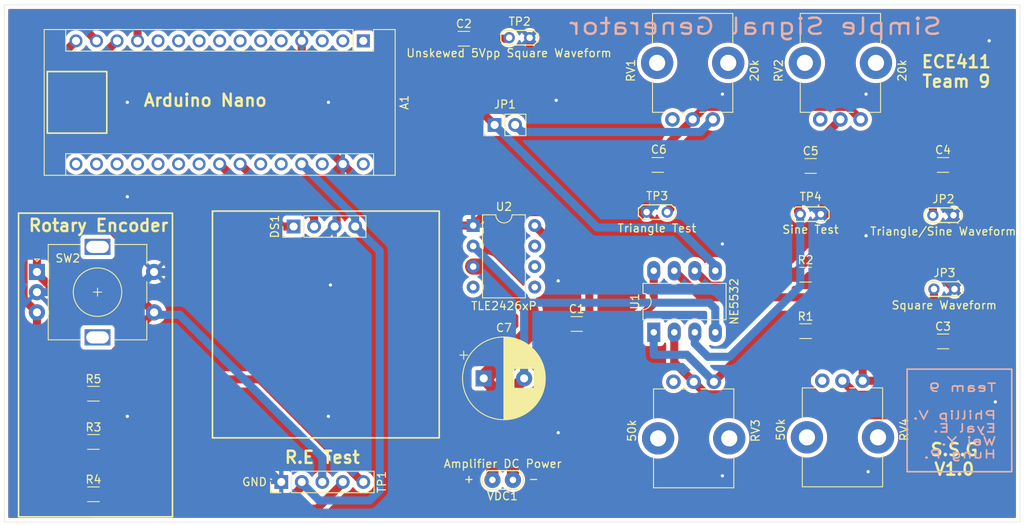
<source format=kicad_pcb>
(kicad_pcb (version 20211014) (generator pcbnew)
  (layers (0 "F.Cu" signal) (31 "B.Cu" signal) (34 "B.Paste" user) (35 "F.Paste" user) (36 "B.SilkS" user "B.Silkscreen") (37 "F.SilkS" user "F.Silkscreen") (38 "B.Mask" user) (39 "F.Mask" user) (44 "Edge.Cuts" user))
  (net 0 "")
  (net 7 "GND")
  (net 14 "Net-(DS1-Pad1)")
  (net 16 "Net-(DS1-Pad2)")
  (net 22 "/+")
  (net 23 "Net-(U1-Pad5)")
  (net 25 "/SW")
  (net 26 "/DT")
  (net 28 "/CLK")
  (net 30 "+VDC")
  (net 31 "Net-(U2-Pad8)")
  (net 32 "Net-(TP2-Pad1)")
  (net 33 "Net-(RV4-Pad3)")
  (net 34 "Net-(C3-Pad2)")
  (net 35 "Net-(U1-Pad1)")
  (net 36 "Net-(C4-Pad2)")
  (net 37 "Net-(U1-Pad3)")
  (net 38 "Net-(RV2-Pad1)")
  (net 39 "-VDC")
  (net 40 "Net-(JP1-Pad2)")
  (net 41 "Net-(U1-Pad2)")
  (net 42 "Net-(U1-Pad6)")
  (footprint "Rotary_Encoder:RotaryEncoder_Alps_EC11E-Switch_Vertical_H20mm" (layer "F.Cu") (at 70.093 94.655)
    (fp_text reference "SW2" (at 3.821 -1.691) (layer "F.SilkS"))
    (fp_text value "RotaryEncoder_Switch")
    (pad "A" thru_hole rect locked (at 0 0) (size 2 2) (drill 1) (layers *.Cu *.Mask) (net 28 "/CLK"))
    (pad "B" thru_hole circle locked (at 0 5) (size 2 2) (drill 1) (layers *.Cu *.Mask) (net 26 "/DT"))
    (pad "C" thru_hole circle locked (at 0 2.5) (size 2 2) (drill 1) (layers *.Cu *.Mask) (net 7 "GND"))
    (pad "MP" thru_hole rect locked (at 7.5 -3.1) (size 3.2 2) (drill oval 2.8 1.5) (layers *.Cu *.Mask))
    (pad "MP" thru_hole rect locked (at 7.5 8.1) (size 3.2 2) (drill oval 2.8 1.5) (layers *.Cu *.Mask))
    (pad "S1" thru_hole circle locked (at 14.5 5) (size 2 2) (drill 1) (layers *.Cu *.Mask) (net 25 "/SW"))
    (pad "S2" thru_hole circle locked (at 14.5 0) (size 2 2) (drill 1) (layers *.Cu *.Mask) (net 7 "GND"))
  )
  (footprint "Capacitor_SMD:C_1206_3216Metric_Pad1.33x1.80mm_HandSolder" (layer "F.Cu") (at 122.936 65.786)
    (fp_text reference "C2" (at 0 -1.85) (layer "F.SilkS"))
    (fp_text value "1n")
    (pad "1" smd roundrect locked (at -1.5625 0) (size 1.325 1.8) (layers "F.Cu" "F.Paste" "F.Mask") (roundrect_rratio 0.188679) (net 23 "Net-(U1-Pad5)"))
    (pad "2" smd roundrect locked (at 1.5625 0) (size 1.325 1.8) (layers "F.Cu" "F.Paste" "F.Mask") (roundrect_rratio 0.188679) (net 32 "Net-(TP2-Pad1)"))
  )
  (footprint "Connector_PinHeader_2.54mm:PinHeader_1x02_P2.54mm_Vertical" (layer "F.Cu") (at 126.741 76.454 90)
    (fp_text reference "JP1" (at 2.54 1.275 180) (layer "F.SilkS"))
    (fp_text value "Jumper_2_Bridged")
    (pad "1" thru_hole rect locked (at 0 0 90) (size 1.7 1.7) (drill 1) (layers *.Cu *.Mask) (net 23 "Net-(U1-Pad5)"))
    (pad "2" thru_hole oval locked (at 0 2.54 90) (size 1.7 1.7) (drill 1) (layers *.Cu *.Mask) (net 40 "Net-(JP1-Pad2)"))
  )
  (footprint "Capacitor_SMD:C_1206_3216Metric_Pad1.33x1.80mm_HandSolder" (layer "F.Cu") (at 146.939 81.407 180)
    (fp_text reference "C6" (at -0.127 1.905) (layer "F.SilkS"))
    (fp_text value "0.22u")
    (pad "1" smd roundrect locked (at -1.5625 0 180) (size 1.325 1.8) (layers "F.Cu" "F.Paste" "F.Mask") (roundrect_rratio 0.188679) (net 38 "Net-(RV2-Pad1)"))
    (pad "2" smd roundrect locked (at 1.5625 0 180) (size 1.325 1.8) (layers "F.Cu" "F.Paste" "F.Mask") (roundrect_rratio 0.188679) (net 7 "GND"))
  )
  (footprint "Resistor_SMD:R_1206_3216Metric_Pad1.30x1.75mm_HandSolder" (layer "F.Cu") (at 165.227 94.996)
    (fp_text reference "R2" (at 0 -1.82) (layer "F.SilkS"))
    (fp_text value "10k")
    (pad "1" smd roundrect locked (at -1.55 0) (size 1.3 1.75) (layers "F.Cu" "F.Paste" "F.Mask") (roundrect_rratio 0.192308) (net 42 "Net-(U1-Pad6)"))
    (pad "2" smd roundrect locked (at 1.55 0) (size 1.3 1.75) (layers "F.Cu" "F.Paste" "F.Mask") (roundrect_rratio 0.192308) (net 7 "GND"))
  )
  (footprint "Capacitor_SMD:C_1206_3216Metric_Pad1.33x1.80mm_HandSolder" (layer "F.Cu") (at 165.862 81.534)
    (fp_text reference "C5" (at 0 -1.85) (layer "F.SilkS"))
    (fp_text value "0.22u")
    (pad "1" smd roundrect locked (at -1.5625 0) (size 1.325 1.8) (layers "F.Cu" "F.Paste" "F.Mask") (roundrect_rratio 0.188679) (net 37 "Net-(U1-Pad3)"))
    (pad "2" smd roundrect locked (at 1.5625 0) (size 1.325 1.8) (layers "F.Cu" "F.Paste" "F.Mask") (roundrect_rratio 0.188679) (net 7 "GND"))
  )
  (footprint "Capacitor_THT:CP_Radial_D10.0mm_P5.00mm" (layer "F.Cu") (at 125.394323 107.823)
    (fp_text reference "C7" (at 2.5 -6.25) (layer "F.SilkS"))
    (fp_text value "220u")
    (pad "1" thru_hole rect locked (at 0 0) (size 2 2) (drill 1) (layers *.Cu *.Mask) (net 30 "+VDC"))
    (pad "2" thru_hole circle locked (at 5 0) (size 2 2) (drill 1) (layers *.Cu *.Mask) (net 39 "-VDC"))
  )
  (footprint "TestPoint:TestPoint_2Pads_Pitch2.54mm_Drill0.8mm" (layer "F.Cu") (at 167.112 87.503 180)
    (fp_text reference "TP4" (at 1.25 2.159) (layer "F.SilkS"))
    (fp_text value "Sine Test" (at 1.27 -1.905) (layer "F.SilkS"))
    (pad "1" thru_hole circle locked (at 0 0 180) (size 1.4 1.4) (drill 0.8) (layers *.Cu *.Mask) (net 7 "GND"))
    (pad "2" thru_hole circle locked (at 2.54 0 180) (size 1.4 1.4) (drill 0.8) (layers *.Cu *.Mask) (net 37 "Net-(U1-Pad3)"))
  )
  (footprint "Package_DIP:DIP-8_W7.62mm" (layer "F.Cu") (at 124.089 88.91)
    (fp_text reference "U2" (at 3.81 -2.33) (layer "F.SilkS"))
    (fp_text value "TLE2426xP" (at 3.81 9.95) (layer "F.SilkS"))
    (pad "1" thru_hole rect locked (at 0 0) (size 1.6 1.6) (drill 0.8) (layers *.Cu *.Mask) (net 7 "GND"))
    (pad "2" thru_hole oval locked (at 0 2.54) (size 1.6 1.6) (drill 0.8) (layers *.Cu *.Mask) (net 39 "-VDC"))
    (pad "3" thru_hole oval locked (at 0 5.08) (size 1.6 1.6) (drill 0.8) (layers *.Cu *.Mask) (net 30 "+VDC"))
    (pad "4" thru_hole oval locked (at 0 7.62) (size 1.6 1.6) (drill 0.8) (layers *.Cu *.Mask))
    (pad "5" thru_hole oval locked (at 7.62 7.62) (size 1.6 1.6) (drill 0.8) (layers *.Cu *.Mask))
    (pad "6" thru_hole oval locked (at 7.62 5.08) (size 1.6 1.6) (drill 0.8) (layers *.Cu *.Mask))
    (pad "7" thru_hole oval locked (at 7.62 2.54) (size 1.6 1.6) (drill 0.8) (layers *.Cu *.Mask))
    (pad "8" thru_hole oval locked (at 7.62 0) (size 1.6 1.6) (drill 0.8) (layers *.Cu *.Mask) (net 31 "Net-(U2-Pad8)"))
  )
  (footprint "Resistor_SMD:R_1206_3216Metric_Pad1.30x1.75mm_HandSolder" (layer "F.Cu") (at 77.089 122.174)
    (fp_text reference "R4" (at 0 -1.82) (layer "F.SilkS"))
    (fp_text value "10k")
    (pad "1" smd roundrect locked (at -1.55 0) (size 1.3 1.75) (layers "F.Cu" "F.Paste" "F.Mask") (roundrect_rratio 0.192308) (net 26 "/DT"))
    (pad "2" smd roundrect locked (at 1.55 0) (size 1.3 1.75) (layers "F.Cu" "F.Paste" "F.Mask") (roundrect_rratio 0.192308) (net 22 "/+"))
  )
  (footprint "Capacitor_SMD:C_1206_3216Metric_Pad1.33x1.80mm_HandSolder" (layer "F.Cu") (at 136.906 101.092)
    (fp_text reference "C1" (at 0 -1.85) (layer "F.SilkS"))
    (fp_text value "1u")
    (pad "1" smd roundrect locked (at -1.5625 0) (size 1.325 1.8) (layers "F.Cu" "F.Paste" "F.Mask") (roundrect_rratio 0.188679) (net 30 "+VDC"))
    (pad "2" smd roundrect locked (at 1.5625 0) (size 1.325 1.8) (layers "F.Cu" "F.Paste" "F.Mask") (roundrect_rratio 0.188679) (net 31 "Net-(U2-Pad8)"))
  )
  (footprint "TestPoint:TestPoint_2Pads_Pitch2.54mm_Drill0.8mm" (layer "F.Cu") (at 128.544 65.659)
    (fp_text reference "TP2" (at 1.3 -2) (layer "F.SilkS"))
    (fp_text value "Unskewed 5Vpp Square Waveform" (at -0.02 1.905) (layer "F.SilkS"))
    (pad "1" thru_hole circle locked (at 0 0) (size 1.4 1.4) (drill 0.8) (layers *.Cu *.Mask) (net 32 "Net-(TP2-Pad1)"))
    (pad "2" thru_hole circle locked (at 2.54 0) (size 1.4 1.4) (drill 0.8) (layers *.Cu *.Mask) (net 7 "GND"))
  )
  (footprint "Connector_PinHeader_2.54mm:PinHeader_1x05_P2.54mm_Vertical" (layer "F.Cu") (at 100.335 120.65 90)
    (fp_text reference "TP1" (at 0 12.441 270) (layer "F.SilkS"))
    (fp_text value "SW2 Test")
    (pad "1" thru_hole rect locked (at 0 0 90) (size 1.7 1.7) (drill 1) (layers *.Cu *.Mask) (net 7 "GND"))
    (pad "2" thru_hole oval locked (at 0 2.54 90) (size 1.7 1.7) (drill 1) (layers *.Cu *.Mask) (net 22 "/+"))
    (pad "3" thru_hole oval locked (at 0 5.08 90) (size 1.7 1.7) (drill 1) (layers *.Cu *.Mask) (net 25 "/SW"))
    (pad "4" thru_hole oval locked (at 0 7.62 90) (size 1.7 1.7) (drill 1) (layers *.Cu *.Mask) (net 26 "/DT"))
    (pad "5" thru_hole oval locked (at 0 10.16 90) (size 1.7 1.7) (drill 1) (layers *.Cu *.Mask) (net 28 "/CLK"))
  )
  (footprint "Potentiometer_THT:Potentiometer_Bourns_PTV09A-1_Single_Vertical" (layer "F.Cu") (at 153.757 75.773 90)
    (fp_text reference "RV1" (at 6.05 -10.15 90) (layer "F.SilkS"))
    (fp_text value "20k" (at 6.05 5.15 90) (layer "F.SilkS"))
    (pad "" np_thru_hole circle locked (at 7 1.9 90) (size 4 4) (drill 2) (layers *.Cu *.Mask))
    (pad "" np_thru_hole circle locked (at 7 -6.9 90) (size 4 4) (drill 2) (layers *.Cu *.Mask))
    (pad "1" thru_hole circle locked (at 0 0 90) (size 1.8 1.8) (drill 1) (layers *.Cu *.Mask) (net 40 "Net-(JP1-Pad2)"))
    (pad "2" thru_hole circle locked (at 0 -2.5 90) (size 1.8 1.8) (drill 1) (layers *.Cu *.Mask) (net 38 "Net-(RV2-Pad1)"))
    (pad "3" thru_hole circle locked (at 0 -5 90) (size 1.8 1.8) (drill 1) (layers *.Cu *.Mask))
  )
  (footprint "Module:Arduino_Nano" (layer "F.Cu") (at 110.49 66.05 -90)
    (fp_text reference "A1" (at 7.62 -5.08 90) (layer "F.SilkS"))
    (fp_text value "Arduino_Nano_v2.x")
    (pad "1" thru_hole rect locked (at 0 0 270) (size 1.6 1.6) (drill 1) (layers *.Cu *.Mask))
    (pad "2" thru_hole oval locked (at 0 2.54 270) (size 1.6 1.6) (drill 1) (layers *.Cu *.Mask))
    (pad "3" thru_hole oval locked (at 0 5.08 270) (size 1.6 1.6) (drill 1) (layers *.Cu *.Mask))
    (pad "4" thru_hole oval locked (at 0 7.62 270) (size 1.6 1.6) (drill 1) (layers *.Cu *.Mask) (net 7 "GND"))
    (pad "5" thru_hole oval locked (at 0 10.16 270) (size 1.6 1.6) (drill 1) (layers *.Cu *.Mask))
    (pad "6" thru_hole oval locked (at 0 12.7 270) (size 1.6 1.6) (drill 1) (layers *.Cu *.Mask))
    (pad "7" thru_hole oval locked (at 0 15.24 270) (size 1.6 1.6) (drill 1) (layers *.Cu *.Mask))
    (pad "8" thru_hole oval locked (at 0 17.78 270) (size 1.6 1.6) (drill 1) (layers *.Cu *.Mask))
    (pad "9" thru_hole oval locked (at 0 20.32 270) (size 1.6 1.6) (drill 1) (layers *.Cu *.Mask))
    (pad "10" thru_hole oval locked (at 0 22.86 270) (size 1.6 1.6) (drill 1) (layers *.Cu *.Mask))
    (pad "11" thru_hole oval locked (at 0 25.4 270) (size 1.6 1.6) (drill 1) (layers *.Cu *.Mask))
    (pad "12" thru_hole oval locked (at 0 27.94 270) (size 1.6 1.6) (drill 1) (layers *.Cu *.Mask) (net 23 "Net-(U1-Pad5)"))
    (pad "13" thru_hole oval locked (at 0 30.48 270) (size 1.6 1.6) (drill 1) (layers *.Cu *.Mask) (net 25 "/SW"))
    (pad "14" thru_hole oval locked (at 0 33.02 270) (size 1.6 1.6) (drill 1) (layers *.Cu *.Mask) (net 26 "/DT"))
    (pad "15" thru_hole oval locked (at 0 35.56 270) (size 1.6 1.6) (drill 1) (layers *.Cu *.Mask) (net 28 "/CLK"))
    (pad "16" thru_hole oval locked (at 15.24 35.56 270) (size 1.6 1.6) (drill 1) (layers *.Cu *.Mask))
    (pad "17" thru_hole oval locked (at 15.24 33.02 270) (size 1.6 1.6) (drill 1) (layers *.Cu *.Mask))
    (pad "18" thru_hole oval locked (at 15.24 30.48 270) (size 1.6 1.6) (drill 1) (layers *.Cu *.Mask))
    (pad "19" thru_hole oval locked (at 15.24 27.94 270) (size 1.6 1.6) (drill 1) (layers *.Cu *.Mask))
    (pad "20" thru_hole oval locked (at 15.24 25.4 270) (size 1.6 1.6) (drill 1) (layers *.Cu *.Mask))
    (pad "21" thru_hole oval locked (at 15.24 22.86 270) (size 1.6 1.6) (drill 1) (layers *.Cu *.Mask))
    (pad "22" thru_hole oval locked (at 15.24 20.32 270) (size 1.6 1.6) (drill 1) (layers *.Cu *.Mask))
    (pad "23" thru_hole oval locked (at 15.24 17.78 270) (size 1.6 1.6) (drill 1) (layers *.Cu *.Mask) (net 14 "Net-(DS1-Pad1)"))
    (pad "24" thru_hole oval locked (at 15.24 15.24 270) (size 1.6 1.6) (drill 1) (layers *.Cu *.Mask) (net 16 "Net-(DS1-Pad2)"))
    (pad "25" thru_hole oval locked (at 15.24 12.7 270) (size 1.6 1.6) (drill 1) (layers *.Cu *.Mask))
    (pad "26" thru_hole oval locked (at 15.24 10.16 270) (size 1.6 1.6) (drill 1) (layers *.Cu *.Mask))
    (pad "27" thru_hole oval locked (at 15.24 7.62 270) (size 1.6 1.6) (drill 1) (layers *.Cu *.Mask) (net 22 "/+"))
    (pad "28" thru_hole oval locked (at 15.24 5.08 270) (size 1.6 1.6) (drill 1) (layers *.Cu *.Mask))
    (pad "29" thru_hole oval locked (at 15.24 2.54 270) (size 1.6 1.6) (drill 1) (layers *.Cu *.Mask) (net 7 "GND"))
    (pad "30" thru_hole oval locked (at 15.24 0 270) (size 1.6 1.6) (drill 1) (layers *.Cu *.Mask))
  )
  (footprint "Potentiometer_THT:Potentiometer_Bourns_PTV09A-1_Single_Vertical" (layer "F.Cu") (at 172.045 75.773 90)
    (fp_text reference "RV2" (at 6.05 -10.15 90) (layer "F.SilkS"))
    (fp_text value "20k" (at 6.05 5.15 90) (layer "F.SilkS"))
    (pad "" np_thru_hole circle locked (at 7 -6.9 90) (size 4 4) (drill 2) (layers *.Cu *.Mask))
    (pad "" np_thru_hole circle locked (at 7 1.9 90) (size 4 4) (drill 2) (layers *.Cu *.Mask))
    (pad "1" thru_hole circle locked (at 0 0 90) (size 1.8 1.8) (drill 1) (layers *.Cu *.Mask) (net 38 "Net-(RV2-Pad1)"))
    (pad "2" thru_hole circle locked (at 0 -2.5 90) (size 1.8 1.8) (drill 1) (layers *.Cu *.Mask) (net 37 "Net-(U1-Pad3)"))
    (pad "3" thru_hole circle locked (at 0 -5 90) (size 1.8 1.8) (drill 1) (layers *.Cu *.Mask))
  )
  (footprint "Capacitor_SMD:C_1206_3216Metric_Pad1.33x1.80mm_HandSolder" (layer "F.Cu") (at 182.245 81.407)
    (fp_text reference "C4" (at 0 -1.85) (layer "F.SilkS"))
    (fp_text value "0.47u")
    (pad "1" smd roundrect locked (at -1.5625 0) (size 1.325 1.8) (layers "F.Cu" "F.Paste" "F.Mask") (roundrect_rratio 0.188679) (net 35 "Net-(U1-Pad1)"))
    (pad "2" smd roundrect locked (at 1.5625 0) (size 1.325 1.8) (layers "F.Cu" "F.Paste" "F.Mask") (roundrect_rratio 0.188679) (net 36 "Net-(C4-Pad2)"))
  )
  (footprint "Resistor_SMD:R_1206_3216Metric_Pad1.30x1.75mm_HandSolder" (layer "F.Cu") (at 165.227 101.981)
    (fp_text reference "R1" (at 0 -1.82) (layer "F.SilkS"))
    (fp_text value "10k")
    (pad "1" smd roundrect locked (at -1.55 0) (size 1.3 1.75) (layers "F.Cu" "F.Paste" "F.Mask") (roundrect_rratio 0.192308) (net 41 "Net-(U1-Pad2)"))
    (pad "2" smd roundrect locked (at 1.55 0) (size 1.3 1.75) (layers "F.Cu" "F.Paste" "F.Mask") (roundrect_rratio 0.192308) (net 7 "GND"))
  )
  (footprint "Potentiometer_THT:Potentiometer_Bourns_PTV09A-1_Single_Vertical" (layer "F.Cu") (at 148.884 108.25 -90)
    (fp_text reference "RV3" (at 6.05 -10.15 90) (layer "F.SilkS"))
    (fp_text value "50k" (at 6.05 5.15 90) (layer "F.SilkS"))
    (pad "" np_thru_hole circle locked (at 7 1.9 270) (size 4 4) (drill 2) (layers *.Cu *.Mask))
    (pad "" np_thru_hole circle locked (at 7 -6.9 270) (size 4 4) (drill 2) (layers *.Cu *.Mask))
    (pad "1" thru_hole circle locked (at 0 0 270) (size 1.8 1.8) (drill 1) (layers *.Cu *.Mask))
    (pad "2" thru_hole circle locked (at 0 -2.5 270) (size 1.8 1.8) (drill 1) (layers *.Cu *.Mask) (net 41 "Net-(U1-Pad2)"))
    (pad "3" thru_hole circle locked (at 0 -5 270) (size 1.8 1.8) (drill 1) (layers *.Cu *.Mask) (net 35 "Net-(U1-Pad1)"))
  )
  (footprint "TestPoint:TestPoint_2Pads_Pitch2.54mm_Drill0.8mm" (layer "F.Cu") (at 181.122 96.774)
    (fp_text reference "JP3" (at 1.3 -2) (layer "F.SilkS"))
    (fp_text value "Square Waveform" (at 1.27 2) (layer "F.SilkS"))
    (pad "1" thru_hole circle locked (at 0 0) (size 1.4 1.4) (drill 0.8) (layers *.Cu *.Mask) (net 34 "Net-(C3-Pad2)"))
    (pad "2" thru_hole circle locked (at 2.54 0) (size 1.4 1.4) (drill 0.8) (layers *.Cu *.Mask) (net 7 "GND"))
  )
  (footprint "TestPoint:TestPoint_2Pads_Pitch2.54mm_Drill0.8mm" (layer "F.Cu") (at 145.562 87.249)
    (fp_text reference "TP3" (at 1.3 -2) (layer "F.SilkS"))
    (fp_text value "Triangle Test" (at 1.27 2) (layer "F.SilkS"))
    (pad "1" thru_hole circle locked (at 0 0) (size 1.4 1.4) (drill 0.8) (layers *.Cu *.Mask) (net 7 "GND"))
    (pad "2" thru_hole circle locked (at 2.54 0) (size 1.4 1.4) (drill 0.8) (layers *.Cu *.Mask) (net 38 "Net-(RV2-Pad1)"))
  )
  (footprint "Resistor_SMD:R_1206_3216Metric_Pad1.30x1.75mm_HandSolder" (layer "F.Cu") (at 77.089 115.697)
    (fp_text reference "R3" (at 0 -1.82) (layer "F.SilkS"))
    (fp_text value "10k")
    (pad "1" smd roundrect locked (at -1.55 0) (size 1.3 1.75) (layers "F.Cu" "F.Paste" "F.Mask") (roundrect_rratio 0.192308) (net 28 "/CLK"))
    (pad "2" smd roundrect locked (at 1.55 0) (size 1.3 1.75) (layers "F.Cu" "F.Paste" "F.Mask") (roundrect_rratio 0.192308) (net 22 "/+"))
  )
  (footprint "Connector_PinHeader_2.54mm:PinHeader_1x04_P2.54mm_Vertical" (layer "F.Cu") (at 101.864 89.027 90)
    (fp_text reference "DS1" (at 0 -2.33 90) (layer "F.SilkS"))
    (fp_text value "124x64_OLED")
    (pad "1" thru_hole rect locked (at 0 0 90) (size 1.7 1.7) (drill 1) (layers *.Cu *.Mask) (net 14 "Net-(DS1-Pad1)"))
    (pad "2" thru_hole oval locked (at 0 2.54 90) (size 1.7 1.7) (drill 1) (layers *.Cu *.Mask) (net 16 "Net-(DS1-Pad2)"))
    (pad "3" thru_hole oval locked (at 0 5.08 90) (size 1.7 1.7) (drill 1) (layers *.Cu *.Mask) (net 7 "GND"))
    (pad "4" thru_hole oval locked (at 0 7.62 90) (size 1.7 1.7) (drill 1) (layers *.Cu *.Mask) (net 22 "/+"))
  )
  (footprint "TestPoint:TestPoint_2Pads_Pitch2.54mm_Drill0.8mm" (layer "F.Cu") (at 180.995 87.63)
    (fp_text reference "JP2" (at 1.3 -2) (layer "F.SilkS"))
    (fp_text value "Triangle/Sine Waveform" (at 1.27 2) (layer "F.SilkS"))
    (pad "1" thru_hole circle locked (at 0 0) (size 1.4 1.4) (drill 0.8) (layers *.Cu *.Mask) (net 36 "Net-(C4-Pad2)"))
    (pad "2" thru_hole circle locked (at 2.54 0) (size 1.4 1.4) (drill 0.8) (layers *.Cu *.Mask) (net 7 "GND"))
  )
  (footprint "Potentiometer_THT:Potentiometer_Bourns_PTV09A-1_Single_Vertical" (layer "F.Cu") (at 167.299 108.123 -90)
    (fp_text reference "RV4" (at 6.05 -10.15 90) (layer "F.SilkS"))
    (fp_text value "50k" (at 6.05 5.15 90) (layer "F.SilkS"))
    (pad "" np_thru_hole circle locked (at 7 1.9 270) (size 4 4) (drill 2) (layers *.Cu *.Mask))
    (pad "" np_thru_hole circle locked (at 7 -6.9 270) (size 4 4) (drill 2) (layers *.Cu *.Mask))
    (pad "1" thru_hole circle locked (at 0 0 270) (size 1.8 1.8) (drill 1) (layers *.Cu *.Mask))
    (pad "2" thru_hole circle locked (at 0 -2.5 270) (size 1.8 1.8) (drill 1) (layers *.Cu *.Mask) (net 42 "Net-(U1-Pad6)"))
    (pad "3" thru_hole circle locked (at 0 -5 270) (size 1.8 1.8) (drill 1) (layers *.Cu *.Mask) (net 33 "Net-(RV4-Pad3)"))
  )
  (footprint "TestPoint:TestPoint_2Pads_Pitch2.54mm_Drill0.8mm" (layer "F.Cu") (at 129.012 120.396 180)
    (fp_text reference "VDC1" (at 1.3 -2) (layer "F.SilkS"))
    (fp_text value "Amplifier DC Power" (at 1.27 2) (layer "F.SilkS"))
    (pad "1" thru_hole circle (at 0 0 180) (size 2 2) (drill 0.8) (layers *.Cu *.Mask) (net 39 "-VDC"))
    (pad "2" thru_hole circle (at 2.54 0 180) (size 2 2) (drill 0.8) (layers *.Cu *.Mask) (net 30 "+VDC"))
  )
  (footprint "Resistor_SMD:R_1206_3216Metric_Pad1.30x1.75mm_HandSolder" (layer "F.Cu") (at 77.089 109.728)
    (fp_text reference "R5" (at 0 -1.82) (layer "F.SilkS"))
    (fp_text value "10k")
    (pad "1" smd roundrect locked (at -1.55 0) (size 1.3 1.75) (layers "F.Cu" "F.Paste" "F.Mask") (roundrect_rratio 0.192308) (net 25 "/SW"))
    (pad "2" smd roundrect locked (at 1.55 0) (size 1.3 1.75) (layers "F.Cu" "F.Paste" "F.Mask") (roundrect_rratio 0.192308) (net 22 "/+"))
  )
  (footprint "Package_DIP:DIP-8_W7.62mm_LongPads" (layer "F.Cu") (at 146.441 102.123 90)
    (fp_text reference "U1" (at 3.81 -2.33 90) (layer "F.SilkS"))
    (fp_text value "NE5532" (at 3.81 9.95 90) (layer "F.SilkS"))
    (pad "1" thru_hole rect locked (at 0 0 90) (size 2.4 1.6) (drill 0.8) (layers *.Cu *.Mask) (net 35 "Net-(U1-Pad1)"))
    (pad "2" thru_hole oval locked (at 0 2.54 90) (size 2.4 1.6) (drill 0.8) (layers *.Cu *.Mask) (net 41 "Net-(U1-Pad2)"))
    (pad "3" thru_hole oval locked (at 0 5.08 90) (size 2.4 1.6) (drill 0.8) (layers *.Cu *.Mask) (net 37 "Net-(U1-Pad3)"))
    (pad "4" thru_hole oval locked (at 0 7.62 90) (size 2.4 1.6) (drill 0.8) (layers *.Cu *.Mask) (net 39 "-VDC"))
    (pad "5" thru_hole oval locked (at 7.62 7.62 90) (size 2.4 1.6) (drill 0.8) (layers *.Cu *.Mask) (net 23 "Net-(U1-Pad5)"))
    (pad "6" thru_hole oval locked (at 7.62 5.08 90) (size 2.4 1.6) (drill 0.8) (layers *.Cu *.Mask) (net 42 "Net-(U1-Pad6)"))
    (pad "7" thru_hole oval locked (at 7.62 2.54 90) (size 2.4 1.6) (drill 0.8) (layers *.Cu *.Mask) (net 33 "Net-(RV4-Pad3)"))
    (pad "8" thru_hole oval locked (at 7.62 0 90) (size 2.4 1.6) (drill 0.8) (layers *.Cu *.Mask) (net 30 "+VDC"))
  )
  (footprint "Capacitor_SMD:C_1206_3216Metric_Pad1.33x1.80mm_HandSolder" (layer "F.Cu") (at 182.245 103.251)
    (fp_text reference "C3" (at 0 -1.85) (layer "F.SilkS"))
    (fp_text value "0.47u")
    (pad "1" smd roundrect locked (at -1.5625 0) (size 1.325 1.8) (layers "F.Cu" "F.Paste" "F.Mask") (roundrect_rratio 0.188679) (net 33 "Net-(RV4-Pad3)"))
    (pad "2" smd roundrect locked (at 1.5625 0) (size 1.325 1.8) (layers "F.Cu" "F.Paste" "F.Mask") (roundrect_rratio 0.188679) (net 34 "Net-(C3-Pad2)"))
  )
  (gr_rect (start 190.754 106.68) (end 177.8 119.38) (layer "B.SilkS") (width 0.2) (fill none))
  (gr_rect (start 91.821 87.122) (end 119.888 115.189) (layer "F.SilkS") (width 0.2) (fill none))
  (gr_rect (start 67.818 87.376) (end 86.868 124.968) (layer "F.SilkS") (width 0.2) (fill none))
  (gr_rect (start 71.374 69.85) (end 78.74 77.47) (layer "F.SilkS") (width 0.2) (fill none))
  (gr_rect (start 66.04 61.595) (end 191.77 125.603) (layer "Edge.Cuts") (width 0.05) (fill none))
  (gr_text "Team 9" (at 184.658 108.966) (layer "B.SilkS") (effects (font (size 1 1.5) (thickness 0.2)) (justify mirror)))
  (gr_text "Simple Signal Generator\n" (at 159.004 64.262) (layer "B.SilkS") (effects (font (size 2 2.5) (thickness 0.3)) (justify mirror)))
  (gr_text "Phillip V.\nEyal E.\nWei Y.\nHung P." (at 188.976 114.808) (layer "B.SilkS") (effects (font (size 1 1.5) (thickness 0.2)) (justify left mirror)))
  (gr_text "R.E Test" (at 105.41 117.602) (layer "F.SilkS") (effects (font (size 1.5 1.5) (thickness 0.3))))
  (gr_text "+" (at 123.571 120.269) (layer "F.SilkS") (effects (font (size 1 1))))
  (gr_text "-" (at 131.572 120.269) (layer "F.SilkS") (effects (font (size 1 1))))
  (gr_text "S.S.G\nV1.0" (at 183.642 117.856) (layer "F.SilkS") (effects (font (size 1.5 1.5) (thickness 0.3))))
  (gr_text "ECE411\nTeam 9" (at 183.896 69.85) (layer "F.SilkS") (effects (font (size 1.5 1.5) (thickness 0.3))))
  (gr_text "Rotary Encoder" (at 77.724 88.9) (layer "F.SilkS") (effects (font (size 1.5 1.5) (thickness 0.3))))
  (gr_text "Arduino Nano" (at 90.932 73.406) (layer "F.SilkS") (effects (font (size 1.5 1.5) (thickness 0.3))))
  (gr_text "GND" (at 97.028 120.65) (layer "F.SilkS") (effects (font (size 1 1))))
  (segment (start 115.57 88.91) (end 124.089 88.91) (width 1) (layer "F.Cu") (net 7))
  (segment (start 167.132 112.395) (end 184.785 112.395) (width 1) (layer "F.Cu") (net 7))
  (segment (start 131.084 67.1145) (end 145.3765 81.407) (width 1) (layer "F.Cu") (net 7))
  (segment (start 145.3765 87.0635) (end 145.562 87.249) (width 1) (layer "F.Cu") (net 7))
  (segment (start 166.777 94.996) (end 181.884 94.996) (width 1) (layer "F.Cu") (net 7))
  (segment (start 177.038 87.503) (end 167.112 87.503) (width 1) (layer "F.Cu") (net 7))
  (segment (start 102.87 66.05) (end 102.87 76.21) (width 1) (layer "F.Cu") (net 7))
  (segment (start 107.95 81.29) (end 115.57 88.91) (width 1) (layer "F.Cu") (net 7))
  (segment (start 189.992 107.188) (end 189.992 82.296) (width 1) (layer "F.Cu") (net 7))
  (segment (start 107.188 88.783) (end 106.944 89.027) (width 1) (layer "F.Cu") (net 7))
  (segment (start 102.87 76.21) (end 107.95 81.29) (width 1) (layer "F.Cu") (net 7))
  (segment (start 145.3765 81.407) (end 145.3765 87.0635) (width 1) (layer "F.Cu") (net 7))
  (segment (start 131.084 65.659) (end 131.084 67.1145) (width 1) (layer "F.Cu") (net 7))
  (segment (start 124.089 88.91) (end 125.75 87.249) (width 1) (layer "F.Cu") (net 7))
  (segment (start 184.785 112.395) (end 189.992 107.188) (width 1) (layer "F.Cu") (net 7))
  (segment (start 185.674 77.978) (end 181.737 77.978) (width 1) (layer "F.Cu") (net 7))
  (segment (start 163.957 104.801) (end 163.957 109.22) (width 1) (layer "F.Cu") (net 7))
  (segment (start 167.4245 87.1905) (end 167.112 87.503) (width 1) (layer "F.Cu") (net 7))
  (segment (start 189.992 82.296) (end 185.674 77.978) (width 1) (layer "F.Cu") (net 7))
  (segment (start 163.957 109.22) (end 167.132 112.395) (width 1) (layer "F.Cu") (net 7))
  (segment (start 178.181 86.36) (end 177.038 87.503) (width 1) (layer "F.Cu") (net 7))
  (segment (start 181.884 94.996) (end 183.662 96.774) (width 1) (layer "F.Cu") (net 7))
  (segment (start 181.737 77.978) (end 178.181 81.534) (width 1) (layer "F.Cu") (net 7))
  (segment (start 125.75 87.249) (end 145.562 87.249) (width 1) (layer "F.Cu") (net 7))
  (segment (start 178.181 81.534) (end 178.181 86.36) (width 1) (layer "F.Cu") (net 7))
  (segment (start 167.4245 81.534) (end 167.4245 87.1905) (width 1) (layer "F.Cu") (net 7))
  (segment (start 107.95 81.29) (end 107.188 82.052) (width 1) (layer "F.Cu") (net 7))
  (segment (start 107.188 82.052) (end 107.188 88.783) (width 1) (layer "F.Cu") (net 7))
  (segment (start 166.777 101.981) (end 163.957 104.801) (width 1) (layer "F.Cu") (net 7))
  (via (at 106.172 73.66) (size 0.8) (drill 0.4) (layers "F.Cu" "B.Cu") (net 7))
  (via (at 81.28 112.522) (size 0.8) (drill 0.4) (layers "F.Cu" "B.Cu") (net 7))
  (via (at 172.72 90.17) (size 0.8) (drill 0.4) (layers "F.Cu" "B.Cu") (net 7))
  (via (at 81.28 85.344) (size 0.8) (drill 0.4) (layers "F.Cu" "B.Cu") (net 7))
  (via (at 81.28 73.66) (size 0.8) (drill 0.4) (layers "F.Cu" "B.Cu") (net 7))
  (via (at 106.426 96.266) (size 0.8) (drill 0.4) (layers "F.Cu" "B.Cu") (net 7))
  (via (at 154.94 119.888) (size 0.8) (drill 0.4) (layers "F.Cu" "B.Cu") (net 7))
  (via (at 134.62 114.554) (size 0.8) (drill 0.4) (layers "F.Cu" "B.Cu") (net 7))
  (via (at 172.72 72.644) (size 0.8) (drill 0.4) (layers "F.Cu" "B.Cu") (net 7))
  (via (at 154.94 72.644) (size 0.8) (drill 0.4) (layers "F.Cu" "B.Cu") (net 7))
  (via (at 106.172 112.522) (size 0.8) (drill 0.4) (layers "F.Cu" "B.Cu") (net 7))
  (via (at 154.94 91.186) (size 0.8) (drill 0.4) (layers "F.Cu" "B.Cu") (net 7))
  (via (at 187.96 66.04) (size 0.8) (drill 0.4) (layers "F.Cu" "B.Cu") (net 7))
  (via (at 134.62 95.758) (size 0.8) (drill 0.4) (layers "F.Cu" "B.Cu") (net 7))
  (via (at 172.974 119.38) (size 0.8) (drill 0.4) (layers "F.Cu" "B.Cu") (net 7))
  (via (at 134.366 73.406) (size 0.8) (drill 0.4) (layers "F.Cu" "B.Cu") (net 7))
  (via (at 188.722 110.744) (size 0.8) (drill 0.4) (layers "F.Cu" "B.Cu") (net 7))
  (segment (start 183.535 87.63) (end 183.535 96.647) (width 1) (layer "B.Cu") (net 7))
  (segment (start 146.913911 85.897089) (end 165.506089 85.897089) (width 1) (layer "B.Cu") (net 7))
  (segment (start 82.093 97.155) (end 84.593 94.655) (width 1) (layer "B.Cu") (net 7))
  (segment (start 82.941089 96.306911) (end 84.593 94.655) (width 1) (layer "B.Cu") (net 7))
  (segment (start 101.316 94.655) (end 84.593 94.655) (width 1) (layer "B.Cu") (net 7))
  (segment (start 165.506089 85.897089) (end 167.112 87.503) (width 1) (layer "B.Cu") (net 7))
  (segment (start 167.112 87.503) (end 168.336911 86.278089) (width 1) (layer "B.Cu") (net 7))
  (segment (start 106.944 89.027) (end 101.316 94.655) (width 1) (layer "B.Cu") (net 7))
  (segment (start 168.336911 86.278089) (end 182.183089 86.278089) (width 1) (layer "B.Cu") (net 7))
  (segment (start 82.941089 103.383089) (end 82.941089 96.306911) (width 1) (layer "B.Cu") (net 7))
  (segment (start 70.093 97.155) (end 82.093 97.155) (width 1) (layer "B.Cu") (net 7))
  (segment (start 145.562 87.249) (end 146.913911 85.897089) (width 1) (layer "B.Cu") (net 7))
  (segment (start 183.535 96.647) (end 183.662 96.774) (width 1) (layer "B.Cu") (net 7))
  (segment (start 182.183089 86.278089) (end 183.535 87.63) (width 1) (layer "B.Cu") (net 7))
  (segment (start 100.335 120.777) (end 82.941089 103.383089) (width 1) (layer "B.Cu") (net 7))
  (segment (start 101.864 89.027) (end 100.447 89.027) (width 1) (layer "F.Cu") (net 14))
  (segment (start 100.447 89.027) (end 92.71 81.29) (width 1) (layer "F.Cu") (net 14))
  (segment (start 99.891081 83.312) (end 104.404 87.824919) (width 1) (layer "F.Cu") (net 16))
  (segment (start 104.404 87.824919) (end 104.404 89.027) (width 1) (layer "F.Cu") (net 16))
  (segment (start 95.25 81.29) (end 97.272 83.312) (width 1) (layer "F.Cu") (net 16))
  (segment (start 97.272 83.312) (end 99.891081 83.312) (width 1) (layer "F.Cu") (net 16))
  (segment (start 102.875 121.240822) (end 102.875 120.777) (width 1) (layer "F.Cu") (net 22))
  (segment (start 101.433822 122.682) (end 102.875 121.240822) (width 1) (layer "F.Cu") (net 22))
  (segment (start 78.639 122.174) (end 78.639 115.697) (width 1) (layer "F.Cu") (net 22))
  (segment (start 78.639 109.728) (end 78.639 115.697) (width 1) (layer "F.Cu") (net 22))
  (segment (start 79.147 122.682) (end 101.433822 122.682) (width 1) (layer "F.Cu") (net 22))
  (segment (start 78.639 122.174) (end 79.147 122.682) (width 1) (layer "F.Cu") (net 22))
  (segment (start 102.87 81.29) (end 109.484 87.904) (width 1) (layer "B.Cu") (net 22))
  (segment (start 105.034 122.936) (end 111.252 122.936) (width 1) (layer "B.Cu") (net 22))
  (segment (start 112.522 92.065) (end 109.484 89.027) (width 1) (layer "B.Cu") (net 22))
  (segment (start 112.522 121.666) (end 112.522 92.065) (width 1) (layer "B.Cu") (net 22))
  (segment (start 111.252 122.936) (end 112.522 121.666) (width 1) (layer "B.Cu") (net 22))
  (segment (start 102.875 120.777) (end 105.034 122.936) (width 1) (layer "B.Cu") (net 22))
  (segment (start 109.484 87.904) (end 109.484 89.027) (width 1) (layer "B.Cu") (net 22))
  (segment (start 82.55 64.262) (end 119.8495 64.262) (width 1) (layer "F.Cu") (net 23))
  (segment (start 121.3735 71.0865) (end 126.741 76.454) (width 1) (layer "F.Cu") (net 23))
  (segment (start 121.3735 65.786) (end 121.3735 71.0865) (width 1) (layer "F.Cu") (net 23))
  (segment (start 82.55 66.05) (end 82.55 64.262) (width 1) (layer "F.Cu") (net 23))
  (segment (start 119.8495 64.262) (end 121.3735 65.786) (width 1) (layer "F.Cu") (net 23))
  (segment (start 149.352 89.154) (end 154.061 93.863) (width 1) (layer "B.Cu") (net 23))
  (segment (start 154.061 93.863) (end 154.061 94.503) (width 1) (layer "B.Cu") (net 23))
  (segment (start 139.441 89.154) (end 149.352 89.154) (width 1) (layer "B.Cu") (net 23))
  (segment (start 126.741 76.454) (end 139.441 89.154) (width 1) (layer "B.Cu") (net 23))
  (segment (start 75.539 108.709) (end 84.593 99.655) (width 1) (layer "F.Cu") (net 25))
  (segment (start 82.55 92.71) (end 82.55 97.612) (width 1) (layer "F.Cu") (net 25))
  (segment (start 72.898 73.162) (end 72.898 83.058) (width 1) (layer "F.Cu") (net 25))
  (segment (start 82.55 97.612) (end 84.593 99.655) (width 1) (layer "F.Cu") (net 25))
  (segment (start 75.539 109.728) (end 75.539 108.709) (width 1) (layer "F.Cu") (net 25))
  (segment (start 80.01 66.05) (end 72.898 73.162) (width 1) (layer "F.Cu") (net 25))
  (segment (start 72.898 83.058) (end 82.55 92.71) (width 1) (layer "F.Cu") (net 25))
  (segment (start 87.763 99.955) (end 84.98 99.955) (width 1) (layer "B.Cu") (net 25))
  (segment (start 84.593 99.568) (end 84.593 99.655) (width 0.1524) (layer "B.Cu") (net 25))
  (segment (start 105.41 117.602) (end 87.763 99.955) (width 1) (layer "B.Cu") (net 25))
  (segment (start 105.41 120.65) (end 105.41 117.602) (width 1) (layer "B.Cu") (net 25))
  (segment (start 84.593 99.655) (end 84.8405 99.655) (width 1) (layer "B.Cu") (net 25))
  (segment (start 84.98 99.955) (end 84.593 99.568) (width 1) (layer "B.Cu") (net 25))
  (segment (start 75.555 64.135) (end 77.47 66.05) (width 1) (layer "F.Cu") (net 26))
  (segment (start 104.78 123.952) (end 77.317 123.952) (width 1) (layer "F.Cu") (net 26))
  (segment (start 68.441089 98.003089) (end 68.441089 69.734911) (width 1) (layer "F.Cu") (net 26))
  (segment (start 107.955 120.777) (end 104.78 123.952) (width 1) (layer "F.Cu") (net 26))
  (segment (start 75.539 122.174) (end 70.093 116.728) (width 1) (layer "F.Cu") (net 26))
  (segment (start 68.441089 69.734911) (end 74.041 64.135) (width 1) (layer "F.Cu") (net 26))
  (segment (start 70.093 116.728) (end 70.093 99.655) (width 1) (layer "F.Cu") (net 26))
  (segment (start 77.317 123.952) (end 75.539 122.174) (width 1) (layer "F.Cu") (net 26))
  (segment (start 74.041 64.135) (end 75.555 64.135) (width 1) (layer "F.Cu") (net 26))
  (segment (start 70.093 99.655) (end 68.441089 98.003089) (width 1) (layer "F.Cu") (net 26))
  (segment (start 70.093 94.655) (end 70.093 70.887) (width 1) (layer "F.Cu") (net 28))
  (segment (start 77.216 114.02) (end 77.216 108.66106) (width 1) (layer "F.Cu") (net 28))
  (segment (start 73.152 113.31) (end 75.539 115.697) (width 1) (layer "F.Cu") (net 28))
  (segment (start 75.539 115.697) (end 77.216 114.02) (width 1) (layer "F.Cu") (net 28))
  (segment (start 70.386156 95.112) (end 73.152 97.877844) (width 1) (layer "F.Cu") (net 28))
  (segment (start 77.92706 107.95) (end 97.668 107.95) (width 1) (layer "F.Cu") (net 28))
  (segment (start 97.668 107.95) (end 110.495 120.777) (width 1) (layer "F.Cu") (net 28))
  (segment (start 77.216 108.66106) (end 77.92706 107.95) (width 1) (layer "F.Cu") (net 28))
  (segment (start 70.093 94.655) (end 70.093 95.112) (width 1) (layer "F.Cu") (net 28))
  (segment (start 70.093 95.112) (end 70.386156 95.112) (width 1) (layer "F.Cu") (net 28))
  (segment (start 70.093 70.887) (end 74.93 66.05) (width 1) (layer "F.Cu") (net 28))
  (segment (start 73.152 97.877844) (end 73.152 113.31) (width 1) (layer "F.Cu") (net 28))
  (segment (start 131.191 101.092) (end 132.125323 101.092) (width 1) (layer "F.Cu") (net 30))
  (segment (start 125.394323 107.823) (end 132.125323 101.092) (width 2) (layer "F.Cu") (net 30))
  (segment (start 135.3435 102.9585) (end 136.271 103.886) (width 1) (layer "F.Cu") (net 30))
  (segment (start 141.097 103.886) (end 146.441 98.542) (width 1) (layer "F.Cu") (net 30))
  (segment (start 136.271 103.886) (end 141.097 103.886) (width 1) (layer "F.Cu") (net 30))
  (segment (start 131.191 99.441) (end 131.191 101.092) (width 2) (layer "F.Cu") (net 30))
  (segment (start 125.74 93.99) (end 131.191 99.441) (width 2) (layer "F.Cu") (net 30))
  (segment (start 124.089 93.99) (end 125.74 93.99) (width 2) (layer "F.Cu") (net 30))
  (segment (start 126.472 108.900677) (end 125.394323 107.823) (width 1.5) (layer "F.Cu") (net 30))
  (segment (start 135.3435 101.092) (end 135.3435 102.9585) (width 1) (layer "F.Cu") (net 30))
  (segment (start 146.441 98.542) (end 146.441 94.503) (width 1) (layer "F.Cu") (net 30))
  (segment (start 126.472 120.396) (end 126.472 108.900677) (width 1.5) (layer "F.Cu") (net 30))
  (segment (start 132.125323 101.092) (end 135.3435 101.092) (width 2) (layer "F.Cu") (net 30))
  (segment (start 138.4685 95.6695) (end 131.709 88.91) (width 1) (layer "F.Cu") (net 31))
  (segment (start 138.4685 101.092) (end 138.4685 95.6695) (width 1) (layer "F.Cu") (net 31))
  (segment (start 128.417 65.786) (end 128.544 65.659) (width 1) (layer "F.Cu") (net 32))
  (segment (start 124.4985 65.786) (end 128.417 65.786) (width 1) (layer "F.Cu") (net 32))
  (segment (start 175.8105 108.123) (end 180.6825 103.251) (width 1) (layer "F.Cu") (net 33))
  (segment (start 172.299 108.123) (end 175.8105 108.123) (width 1) (layer "F.Cu") (net 33))
  (segment (start 172.299 98.004) (end 172.299 108.123) (width 1) (layer "F.Cu") (net 33))
  (segment (start 152.268 97.79) (end 172.085 97.79) (width 1) (layer "F.Cu") (net 33))
  (segment (start 172.085 97.79) (end 172.299 98.004) (width 1) (layer "F.Cu") (net 33))
  (segment (start 148.981 94.503) (end 152.268 97.79) (width 1) (layer "F.Cu") (net 33))
  (segment (start 181.122 100.5655) (end 183.8075 103.251) (width 1) (layer "F.Cu") (net 34))
  (segment (start 181.122 96.774) (end 181.122 100.5655) (width 1) (layer "F.Cu") (net 34))
  (segment (start 167.767 99.949) (end 168.91 101.092) (width 1) (layer "F.Cu") (net 35))
  (segment (start 168.91 104.013) (end 165.354 107.569) (width 1) (layer "F.Cu") (net 35))
  (segment (start 168.91 101.092) (end 168.91 104.013) (width 1) (layer "F.Cu") (net 35))
  (segment (start 183.896 111.125) (end 188.595 106.426) (width 1) (layer "F.Cu") (net 35))
  (segment (start 162.185 99.949) (end 167.767 99.949) (width 1) (layer "F.Cu") (net 35))
  (segment (start 182.4605 79.629) (end 180.6825 81.407) (width 1) (layer "F.Cu") (net 35))
  (segment (start 188.595 106.426) (end 188.595 83.439) (width 1) (layer "F.Cu") (net 35))
  (segment (start 188.595 83.439) (end 184.785 79.629) (width 1) (layer "F.Cu") (net 35))
  (segment (start 165.354 107.569) (end 165.354 108.669368) (width 1) (layer "F.Cu") (net 35))
  (segment (start 167.809632 111.125) (end 183.896 111.125) (width 1) (layer "F.Cu") (net 35))
  (segment (start 184.785 79.629) (end 182.4605 79.629) (width 1) (layer "F.Cu") (net 35))
  (segment (start 153.884 108.25) (end 162.185 99.949) (width 1) (layer "F.Cu") (net 35))
  (segment (start 165.354 108.669368) (end 167.809632 111.125) (width 1) (layer "F.Cu") (net 35))
  (segment (start 146.441 104.902) (end 150.536 104.902) (width 1) (layer "B.Cu") (net 35))
  (segment (start 150.536 104.902) (end 153.884 108.25) (width 1) (layer "B.Cu") (net 35))
  (segment (start 146.441 102.123) (end 146.441 104.902) (width 1) (layer "B.Cu") (net 35))
  (segment (start 180.995 87.63) (end 180.995 84.2195) (width 1) (layer "F.Cu") (net 36))
  (segment (start 180.995 84.2195) (end 183.8075 81.407) (width 1) (layer "F.Cu") (net 36))
  (segment (start 164.2995 81.534) (end 164.2995 87.2305) (width 1) (layer "F.Cu") (net 37))
  (segment (start 164.2995 81.534) (end 164.2995 81.0185) (width 1) (layer "F.Cu") (net 37))
  (segment (start 164.2995 81.0185) (end 169.545 75.773) (width 1) (layer "F.Cu") (net 37))
  (segment (start 164.2995 87.2305) (end 164.572 87.503) (width 1) (layer "F.Cu") (net 37))
  (segment (start 153.162 105.156) (end 155.829 105.156) (width 1) (layer "B.Cu") (net 37))
  (segment (start 164.572 96.413) (end 164.572 87.503) (width 1) (layer "B.Cu") (net 37))
  (segment (start 151.521 103.515) (end 153.162 105.156) (width 1) (layer "B.Cu") (net 37))
  (segment (start 155.829 105.156) (end 164.572 96.413) (width 1) (layer "B.Cu") (net 37))
  (segment (start 151.521 102.123) (end 151.521 103.515) (width 1) (layer "B.Cu") (net 37))
  (segment (start 152.808911 74.221089) (end 170.493089 74.221089) (width 1) (layer "F.Cu") (net 38))
  (segment (start 148.5015 81.407) (end 148.5015 86.8495) (width 1) (layer "F.Cu") (net 38))
  (segment (start 148.5015 86.8495) (end 148.102 87.249) (width 1) (layer "F.Cu") (net 38))
  (segment (start 148.5015 78.5285) (end 151.257 75.773) (width 1) (layer "F.Cu") (net 38))
  (segment (start 148.5015 81.407) (end 148.5015 78.5285) (width 1) (layer "F.Cu") (net 38))
  (segment (start 170.493089 74.221089) (end 172.045 75.773) (width 1) (layer "F.Cu") (net 38))
  (segment (start 151.257 75.773) (end 152.808911 74.221089) (width 1) (layer "F.Cu") (net 38))
  (segment (start 129.012 120.396) (end 129.012 109.205323) (width 1.5) (layer "F.Cu") (net 39))
  (segment (start 129.012 109.205323) (end 130.394323 107.823) (width 1.5) (layer "F.Cu") (net 39))
  (segment (start 130.394323 107.823) (end 130.394323 98.459677) (width 1) (layer "B.Cu") (net 39))
  (segment (start 153.323677 98.459677) (end 130.394323 98.459677) (width 1) (layer "B.Cu") (net 39))
  (segment (start 130.394323 98.459677) (end 130.394323 97.755323) (width 1) (layer "B.Cu") (net 39))
  (segment (start 154.061 102.123) (end 154.061 99.197) (width 1) (layer "B.Cu") (net 39))
  (segment (start 130.394323 97.755323) (end 124.089 91.45) (width 1) (layer "B.Cu") (net 39))
  (segment (start 154.061 99.197) (end 153.323677 98.459677) (width 1) (layer "B.Cu") (net 39))
  (segment (start 130.151911 77.324911) (end 152.205089 77.324911) (width 1) (layer "B.Cu") (net 40))
  (segment (start 129.281 76.454) (end 130.151911 77.324911) (width 1) (layer "B.Cu") (net 40))
  (segment (start 152.205089 77.324911) (end 153.757 75.773) (width 1) (layer "B.Cu") (net 40))
  (segment (start 148.981 102.123) (end 148.981 105.847) (width 1) (layer "F.Cu") (net 41))
  (segment (start 152.935911 109.801911) (end 155.856089 109.801911) (width 1) (layer "F.Cu") (net 41))
  (segment (start 151.384 108.25) (end 152.935911 109.801911) (width 1) (layer "F.Cu") (net 41))
  (segment (start 148.981 105.847) (end 151.384 108.25) (width 1) (layer "F.Cu") (net 41))
  (segment (start 155.856089 109.801911) (end 163.677 101.981) (width 1) (layer "F.Cu") (net 41))
  (segment (start 186.055 91.948) (end 166.725 91.948) (width 1) (layer "F.Cu") (net 42))
  (segment (start 153.37292 96.35492) (end 162.31808 96.35492) (width 1) (layer "F.Cu") (net 42))
  (segment (start 183.261 109.855) (end 186.055 107.061) (width 1) (layer "F.Cu") (net 42))
  (segment (start 169.799 108.123) (end 171.531 109.855) (width 1) (layer "F.Cu") (net 42))
  (segment (start 166.725 91.948) (end 163.677 94.996) (width 1) (layer "F.Cu") (net 42))
  (segment (start 162.31808 96.35492) (end 163.677 94.996) (width 1) (layer "F.Cu") (net 42))
  (segment (start 171.531 109.855) (end 183.261 109.855) (width 1) (layer "F.Cu") (net 42))
  (segment (start 186.055 107.061) (end 186.055 91.948) (width 1) (layer "F.Cu") (net 42))
  (segment (start 151.521 94.503) (end 153.37292 96.35492) (width 1) (layer "F.Cu") (net 42))
  (zone (net 7) (net_name "GND") (layers F&B.Cu) (connect_pads (clearance 0.508)) (min_thickness 0.254) (fill yes (thermal_gap 0.508) (thermal_bridge_width 0.508))
    (polygon (pts (xy 192.272289 61.246919) (xy 192.277834 125.984062) (xy 65.528017 125.983827) (xy 65.522472 60.992684)))
  )
)
</source>
